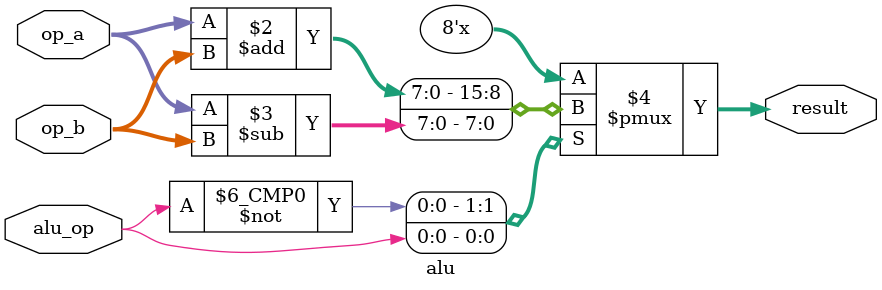
<source format=v>
module alu(
	input wire [7:0] op_a,  // Operand A
	input wire [7:0] op_b,  // Operand B
	input wire alu_op,      // ALU Operation: 0=ADD, 1=SUB
	output reg [7:0] result  // Operation result
);

// ALU運算邏輯
always @(*) begin
	 case (alu_op)
		1'b0: result = op_a + op_b;  //加法
		1'b1: result = op_a - op_b;  //減法
		default: result = 8'd0;      //預設(安全設計)
	 endcase
end
endmodule
</source>
